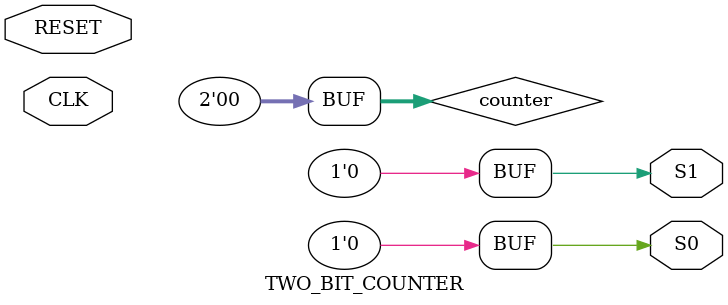
<source format=v>
`timescale 1ns/10ps

module TWO_BIT_COUNTER(input CLK, input RESET, output S0, output S1);
    reg [1:0]counter;

    initial
        counter = 2'b00;

    always @ (posedge CLK)
        counter = counter + 1;

    always @ (!RESET)
        counter = 0;

    assign S0 = counter[0];
    assign S1 = counter[1];
endmodule

</source>
